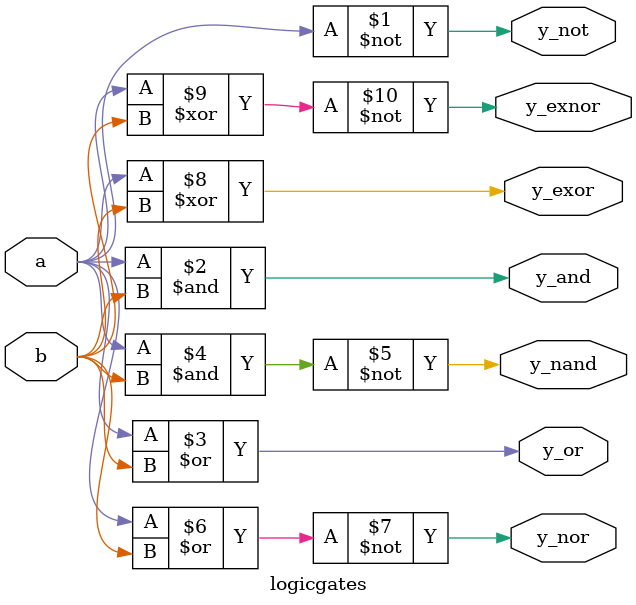
<source format=v>
module logicgates(a,b,y_not,y_and,y_or,y_nand,y_nor,y_exor,y_exnor);
input a,b;
output y_not,y_and,y_or,y_nand,y_nor,y_exor,y_exnor;
assign y_not = ~a;
assign y_and = a&b;
assign y_or = a|b;
assign y_nand = ~(a&b);
assign y_nor = ~(a|b);
assign y_exor = a^b;
assign y_exnor = ~(a^b);
endmodule

</source>
